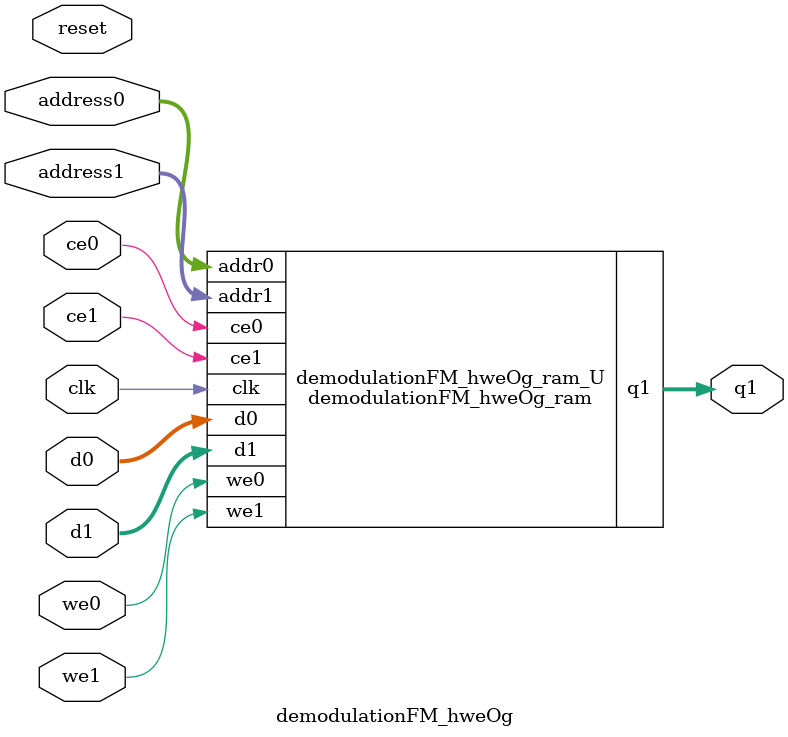
<source format=v>
`timescale 1 ns / 1 ps
module demodulationFM_hweOg_ram (addr0, ce0, d0, we0, addr1, ce1, d1, we1, q1,  clk);

parameter DWIDTH = 18;
parameter AWIDTH = 5;
parameter MEM_SIZE = 31;

input[AWIDTH-1:0] addr0;
input ce0;
input[DWIDTH-1:0] d0;
input we0;
input[AWIDTH-1:0] addr1;
input ce1;
input[DWIDTH-1:0] d1;
input we1;
output reg[DWIDTH-1:0] q1;
input clk;

(* ram_style = "block" *)reg [DWIDTH-1:0] ram[0:MEM_SIZE-1];




always @(posedge clk)  
begin 
    if (ce0) begin
        if (we0) 
            ram[addr0] <= d0; 
    end
end


always @(posedge clk)  
begin 
    if (ce1) begin
        if (we1) 
            ram[addr1] <= d1; 
        q1 <= ram[addr1];
    end
end


endmodule

`timescale 1 ns / 1 ps
module demodulationFM_hweOg(
    reset,
    clk,
    address0,
    ce0,
    we0,
    d0,
    address1,
    ce1,
    we1,
    d1,
    q1);

parameter DataWidth = 32'd18;
parameter AddressRange = 32'd31;
parameter AddressWidth = 32'd5;
input reset;
input clk;
input[AddressWidth - 1:0] address0;
input ce0;
input we0;
input[DataWidth - 1:0] d0;
input[AddressWidth - 1:0] address1;
input ce1;
input we1;
input[DataWidth - 1:0] d1;
output[DataWidth - 1:0] q1;



demodulationFM_hweOg_ram demodulationFM_hweOg_ram_U(
    .clk( clk ),
    .addr0( address0 ),
    .ce0( ce0 ),
    .we0( we0 ),
    .d0( d0 ),
    .addr1( address1 ),
    .ce1( ce1 ),
    .we1( we1 ),
    .d1( d1 ),
    .q1( q1 ));

endmodule


</source>
